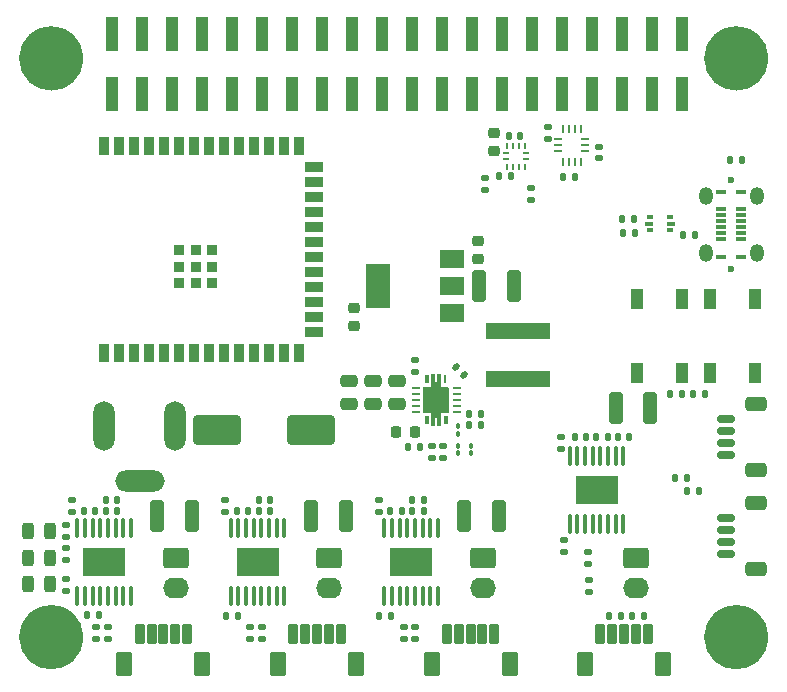
<source format=gbr>
%TF.GenerationSoftware,KiCad,Pcbnew,8.0.6*%
%TF.CreationDate,2024-10-16T15:49:25-04:00*%
%TF.ProjectId,motorgo_plink,6d6f746f-7267-46f5-9f70-6c696e6b2e6b,rev?*%
%TF.SameCoordinates,Original*%
%TF.FileFunction,Soldermask,Top*%
%TF.FilePolarity,Negative*%
%FSLAX46Y46*%
G04 Gerber Fmt 4.6, Leading zero omitted, Abs format (unit mm)*
G04 Created by KiCad (PCBNEW 8.0.6) date 2024-10-16 15:49:25*
%MOMM*%
%LPD*%
G01*
G04 APERTURE LIST*
G04 Aperture macros list*
%AMRoundRect*
0 Rectangle with rounded corners*
0 $1 Rounding radius*
0 $2 $3 $4 $5 $6 $7 $8 $9 X,Y pos of 4 corners*
0 Add a 4 corners polygon primitive as box body*
4,1,4,$2,$3,$4,$5,$6,$7,$8,$9,$2,$3,0*
0 Add four circle primitives for the rounded corners*
1,1,$1+$1,$2,$3*
1,1,$1+$1,$4,$5*
1,1,$1+$1,$6,$7*
1,1,$1+$1,$8,$9*
0 Add four rect primitives between the rounded corners*
20,1,$1+$1,$2,$3,$4,$5,0*
20,1,$1+$1,$4,$5,$6,$7,0*
20,1,$1+$1,$6,$7,$8,$9,0*
20,1,$1+$1,$8,$9,$2,$3,0*%
%AMFreePoly0*
4,1,45,-0.117574,2.202426,-0.100000,2.160000,-0.100000,1.500000,0.100000,1.500000,0.100000,2.160000,0.117574,2.202426,0.160000,2.220000,0.400000,2.220000,0.442426,2.202426,0.460000,2.160000,0.460000,1.076000,1.016000,1.076000,1.058426,1.058426,1.076000,1.016000,1.076000,-1.016000,1.058426,-1.058426,1.016000,-1.076000,0.460000,-1.076000,0.460000,-2.160000,0.442426,-2.202426,
0.400000,-2.220000,0.160000,-2.220000,0.117574,-2.202426,0.100000,-2.160000,0.100000,-1.500000,-0.100000,-1.500000,-0.100000,-2.160000,-0.117574,-2.202426,-0.160000,-2.220000,-0.400000,-2.220000,-0.442426,-2.202426,-0.460000,-2.160000,-0.460000,-1.076000,-1.016000,-1.076000,-1.058426,-1.058426,-1.076000,-1.016000,-1.076000,1.016000,-1.058426,1.058426,-1.016000,1.076000,-0.460000,1.076000,
-0.460000,2.160000,-0.442426,2.202426,-0.400000,2.220000,-0.160000,2.220000,-0.117574,2.202426,-0.117574,2.202426,$1*%
G04 Aperture macros list end*
%ADD10C,2.750000*%
%ADD11RoundRect,0.100000X0.100000X-0.130000X0.100000X0.130000X-0.100000X0.130000X-0.100000X-0.130000X0*%
%ADD12RoundRect,0.135000X0.185000X-0.135000X0.185000X0.135000X-0.185000X0.135000X-0.185000X-0.135000X0*%
%ADD13RoundRect,0.135000X-0.135000X-0.185000X0.135000X-0.185000X0.135000X0.185000X-0.135000X0.185000X0*%
%ADD14RoundRect,0.140000X0.140000X0.170000X-0.140000X0.170000X-0.140000X-0.170000X0.140000X-0.170000X0*%
%ADD15RoundRect,0.135000X-0.185000X0.135000X-0.185000X-0.135000X0.185000X-0.135000X0.185000X0.135000X0*%
%ADD16RoundRect,0.140000X-0.170000X0.140000X-0.170000X-0.140000X0.170000X-0.140000X0.170000X0.140000X0*%
%ADD17O,0.343000X1.747000*%
%ADD18C,0.610000*%
%ADD19R,3.550000X2.460000*%
%ADD20RoundRect,0.150000X-0.625000X0.150000X-0.625000X-0.150000X0.625000X-0.150000X0.625000X0.150000X0*%
%ADD21RoundRect,0.250000X-0.650000X0.350000X-0.650000X-0.350000X0.650000X-0.350000X0.650000X0.350000X0*%
%ADD22RoundRect,0.250000X-0.845000X0.620000X-0.845000X-0.620000X0.845000X-0.620000X0.845000X0.620000X0*%
%ADD23O,2.190000X1.740000*%
%ADD24R,1.000000X1.700000*%
%ADD25RoundRect,0.140000X0.219203X0.021213X0.021213X0.219203X-0.219203X-0.021213X-0.021213X-0.219203X0*%
%ADD26RoundRect,0.102000X0.300000X0.775000X-0.300000X0.775000X-0.300000X-0.775000X0.300000X-0.775000X0*%
%ADD27RoundRect,0.102000X0.600000X0.900000X-0.600000X0.900000X-0.600000X-0.900000X0.600000X-0.900000X0*%
%ADD28RoundRect,0.225000X0.250000X-0.225000X0.250000X0.225000X-0.250000X0.225000X-0.250000X-0.225000X0*%
%ADD29RoundRect,0.250000X-0.325000X-1.100000X0.325000X-1.100000X0.325000X1.100000X-0.325000X1.100000X0*%
%ADD30R,0.500000X0.375000*%
%ADD31R,0.650000X0.300000*%
%ADD32R,0.280000X0.785000*%
%ADD33R,0.785000X0.280000*%
%ADD34RoundRect,0.140000X-0.140000X-0.170000X0.140000X-0.170000X0.140000X0.170000X-0.140000X0.170000X0*%
%ADD35RoundRect,0.243750X0.243750X0.456250X-0.243750X0.456250X-0.243750X-0.456250X0.243750X-0.456250X0*%
%ADD36RoundRect,0.135000X0.135000X0.185000X-0.135000X0.185000X-0.135000X-0.185000X0.135000X-0.185000X0*%
%ADD37RoundRect,0.250000X0.475000X-0.250000X0.475000X0.250000X-0.475000X0.250000X-0.475000X-0.250000X0*%
%ADD38RoundRect,0.225000X-0.225000X-0.250000X0.225000X-0.250000X0.225000X0.250000X-0.225000X0.250000X0*%
%ADD39RoundRect,0.250000X1.750000X1.000000X-1.750000X1.000000X-1.750000X-1.000000X1.750000X-1.000000X0*%
%ADD40R,5.500000X1.430000*%
%ADD41RoundRect,0.225000X-0.250000X0.225000X-0.250000X-0.225000X0.250000X-0.225000X0.250000X0.225000X0*%
%ADD42R,2.000000X1.500000*%
%ADD43R,2.000000X3.800000*%
%ADD44C,0.600000*%
%ADD45O,1.200000X1.500000*%
%ADD46R,0.870000X0.300000*%
%ADD47RoundRect,0.250000X0.325000X1.100000X-0.325000X1.100000X-0.325000X-1.100000X0.325000X-1.100000X0*%
%ADD48R,0.900000X1.500000*%
%ADD49R,1.500000X0.900000*%
%ADD50R,0.900000X0.900000*%
%ADD51R,0.390000X0.800000*%
%ADD52R,0.800000X0.280000*%
%ADD53R,0.280000X0.800000*%
%ADD54FreePoly0,0.000000*%
%ADD55R,1.000000X3.000000*%
%ADD56O,1.800000X4.200000*%
%ADD57O,4.200000X1.800000*%
%ADD58R,0.280000X0.500000*%
%ADD59R,0.500000X0.280000*%
%ADD60RoundRect,0.100000X-0.100000X0.130000X-0.100000X-0.130000X0.100000X-0.130000X0.100000X0.130000X0*%
G04 APERTURE END LIST*
D10*
X114375000Y-63500000D02*
G75*
G02*
X111625000Y-63500000I-1375000J0D01*
G01*
X111625000Y-63500000D02*
G75*
G02*
X114375000Y-63500000I1375000J0D01*
G01*
X172375000Y-63500000D02*
G75*
G02*
X169625000Y-63500000I-1375000J0D01*
G01*
X169625000Y-63500000D02*
G75*
G02*
X172375000Y-63500000I1375000J0D01*
G01*
X172375000Y-112500000D02*
G75*
G02*
X169625000Y-112500000I-1375000J0D01*
G01*
X169625000Y-112500000D02*
G75*
G02*
X172375000Y-112500000I1375000J0D01*
G01*
X114375000Y-112500000D02*
G75*
G02*
X111625000Y-112500000I-1375000J0D01*
G01*
X111625000Y-112500000D02*
G75*
G02*
X114375000Y-112500000I1375000J0D01*
G01*
D11*
%TO.C,C20*%
X147400000Y-96920000D03*
X147400000Y-96280000D03*
%TD*%
D12*
%TO.C,R38*%
X153600000Y-75510000D03*
X153600000Y-74490000D03*
%TD*%
D13*
%TO.C,R4*%
X166490000Y-78425000D03*
X167510000Y-78425000D03*
%TD*%
D14*
%TO.C,C12*%
X144530000Y-100925000D03*
X143570000Y-100925000D03*
%TD*%
D15*
%TO.C,R19*%
X146200000Y-96290000D03*
X146200000Y-97310000D03*
%TD*%
D16*
%TO.C,C31*%
X159353757Y-70968755D03*
X159353757Y-71928755D03*
%TD*%
D15*
%TO.C,Rmode1*%
X130825000Y-111630000D03*
X130825000Y-112650000D03*
%TD*%
D17*
%TO.C,U4*%
X115198500Y-109023000D03*
X115848500Y-109023000D03*
X116498500Y-109023000D03*
X117148500Y-109023000D03*
X117798500Y-109023000D03*
X118448500Y-109023000D03*
X119098500Y-109023000D03*
X119748500Y-109023000D03*
X119748500Y-103277000D03*
X119098500Y-103277000D03*
X118448500Y-103277000D03*
X117798500Y-103277000D03*
X117148500Y-103277000D03*
X116498500Y-103277000D03*
X115848500Y-103277000D03*
X115198500Y-103277000D03*
D18*
X116973500Y-105650000D03*
X116973500Y-106650000D03*
D19*
X117473500Y-106150000D03*
D18*
X117973500Y-105650000D03*
X117973500Y-106650000D03*
%TD*%
D20*
%TO.C,J15*%
X170150000Y-102432000D03*
X170150000Y-103432000D03*
X170150000Y-104432000D03*
X170150000Y-105432000D03*
D21*
X172675000Y-101132000D03*
X172675000Y-106732000D03*
%TD*%
D14*
%TO.C,C30*%
X152680000Y-70100000D03*
X151720000Y-70100000D03*
%TD*%
D22*
%TO.C,J22*%
X162530000Y-105810000D03*
D23*
X162530000Y-108350000D03*
%TD*%
D13*
%TO.C,R5*%
X170490000Y-72100000D03*
X171510000Y-72100000D03*
%TD*%
%TO.C,R10*%
X127765000Y-110675000D03*
X128785000Y-110675000D03*
%TD*%
D12*
%TO.C,R2*%
X114250000Y-104010000D03*
X114250000Y-102990000D03*
%TD*%
D24*
%TO.C,J2*%
X166400000Y-83850000D03*
X166400000Y-90150000D03*
X162600000Y-83850000D03*
X162600000Y-90150000D03*
%TD*%
D25*
%TO.C,C22*%
X147939411Y-90339411D03*
X147260589Y-89660589D03*
%TD*%
D13*
%TO.C,R14*%
X140765000Y-110675000D03*
X141785000Y-110675000D03*
%TD*%
D12*
%TO.C,R50*%
X155071957Y-70344954D03*
X155071957Y-69324954D03*
%TD*%
D15*
%TO.C,R11*%
X127750000Y-100890000D03*
X127750000Y-101910000D03*
%TD*%
D12*
%TO.C,Rp4*%
X158500000Y-108710000D03*
X158500000Y-107690000D03*
%TD*%
D26*
%TO.C,J18*%
X150500000Y-112225000D03*
X149500000Y-112225000D03*
X148500000Y-112225000D03*
X147500000Y-112225000D03*
X146500000Y-112225000D03*
D27*
X151800000Y-114750000D03*
X145200000Y-114750000D03*
%TD*%
D28*
%TO.C,C32*%
X150500000Y-71375000D03*
X150500000Y-69825000D03*
%TD*%
D29*
%TO.C,C10*%
X121979085Y-102242470D03*
X124929085Y-102242470D03*
%TD*%
D14*
%TO.C,C4*%
X131530000Y-100900000D03*
X130570000Y-100900000D03*
%TD*%
D30*
%TO.C,U2*%
X165397000Y-78037500D03*
D31*
X165472000Y-77500000D03*
D30*
X165397000Y-76962500D03*
X163697000Y-76962500D03*
D31*
X163622000Y-77500000D03*
D30*
X163697000Y-78037500D03*
%TD*%
D13*
%TO.C,R6*%
X161367000Y-78279000D03*
X162387000Y-78279000D03*
%TD*%
D32*
%TO.C,U11*%
X156331000Y-72242000D03*
X156831000Y-72242000D03*
X157331000Y-72242000D03*
X157831000Y-72242000D03*
D33*
X158223000Y-71350000D03*
X158223000Y-70850000D03*
X158223000Y-70350000D03*
D32*
X157831000Y-69458000D03*
X157331000Y-69458000D03*
X156831000Y-69458000D03*
X156331000Y-69458000D03*
D33*
X155939000Y-70350000D03*
X155939000Y-70850000D03*
X155939000Y-71350000D03*
%TD*%
D34*
%TO.C,C28*%
X157320000Y-95550000D03*
X158280000Y-95550000D03*
%TD*%
D35*
%TO.C,D1*%
X112937500Y-105760000D03*
X111062500Y-105760000D03*
%TD*%
D15*
%TO.C,Rp2*%
X116825000Y-111615000D03*
X116825000Y-112635000D03*
%TD*%
D20*
%TO.C,J13*%
X170150000Y-94050000D03*
X170150000Y-95050000D03*
X170150000Y-96050000D03*
X170150000Y-97050000D03*
D21*
X172675000Y-92750000D03*
X172675000Y-98350000D03*
%TD*%
D36*
%TO.C,R25*%
X144210000Y-96400000D03*
X143190000Y-96400000D03*
%TD*%
D29*
%TO.C,C29*%
X160775000Y-93100000D03*
X163725000Y-93100000D03*
%TD*%
D37*
%TO.C,C19*%
X138250000Y-92750000D03*
X138250000Y-90850000D03*
%TD*%
D34*
%TO.C,C27*%
X160981164Y-95551743D03*
X161941164Y-95551743D03*
%TD*%
%TO.C,C11*%
X143560196Y-101845085D03*
X144520196Y-101845085D03*
%TD*%
D38*
%TO.C,C17*%
X142225000Y-95100000D03*
X143775000Y-95100000D03*
%TD*%
D34*
%TO.C,C7*%
X117620000Y-101850000D03*
X118580000Y-101850000D03*
%TD*%
D15*
%TO.C,Rmode3*%
X143825000Y-111615001D03*
X143825000Y-112634999D03*
%TD*%
D13*
%TO.C,R17*%
X148390000Y-93576500D03*
X149410000Y-93576500D03*
%TD*%
D39*
%TO.C,C16*%
X135000000Y-94950000D03*
X127000000Y-94950000D03*
%TD*%
D22*
%TO.C,J8*%
X123530000Y-105810000D03*
D23*
X123530000Y-108350000D03*
%TD*%
D15*
%TO.C,R15*%
X140750000Y-100890000D03*
X140750000Y-101910000D03*
%TD*%
D13*
%TO.C,R7*%
X161356000Y-77093000D03*
X162376000Y-77093000D03*
%TD*%
D37*
%TO.C,C2*%
X142250000Y-92750000D03*
X142250000Y-90850000D03*
%TD*%
D40*
%TO.C,L1*%
X152500000Y-90620000D03*
X152500000Y-86580000D03*
%TD*%
D12*
%TO.C,R1*%
X114250000Y-106010000D03*
X114250000Y-104990000D03*
%TD*%
D41*
%TO.C,C25*%
X138600000Y-84625000D03*
X138600000Y-86175000D03*
%TD*%
D42*
%TO.C,U8*%
X146950000Y-85100000D03*
X146950000Y-82800000D03*
D43*
X140650000Y-82800000D03*
D42*
X146950000Y-80500000D03*
%TD*%
D44*
%TO.C,J1*%
X170575315Y-81292881D03*
X170575315Y-73792881D03*
D45*
X168425315Y-79942881D03*
X172725315Y-79942881D03*
X168425315Y-75142881D03*
X172725315Y-75142881D03*
D46*
X169710315Y-80292881D03*
X169710315Y-78792881D03*
X169710315Y-78292881D03*
X169710315Y-77792881D03*
X169710315Y-77292881D03*
X169710315Y-76792881D03*
X169710315Y-76292881D03*
X169710315Y-74792881D03*
X171440315Y-74792881D03*
X171440315Y-76292881D03*
X171440315Y-76792881D03*
X171440315Y-77292881D03*
X171440315Y-77792881D03*
X171440315Y-78292881D03*
X171440315Y-78792881D03*
X171440315Y-80292881D03*
%TD*%
D15*
%TO.C,Rp3*%
X142850000Y-111615000D03*
X142850000Y-112635000D03*
%TD*%
D47*
%TO.C,C23*%
X152175000Y-82800000D03*
X149225000Y-82800000D03*
%TD*%
D15*
%TO.C,R36*%
X156400000Y-104290000D03*
X156400000Y-105310000D03*
%TD*%
D29*
%TO.C,C6*%
X134979085Y-102242470D03*
X137929085Y-102242470D03*
%TD*%
D12*
%TO.C,R3*%
X114261000Y-108599001D03*
X114261000Y-107579001D03*
%TD*%
D13*
%TO.C,R33*%
X160190000Y-110700000D03*
X161210000Y-110700000D03*
%TD*%
D24*
%TO.C,J3*%
X172600000Y-83850000D03*
X172600000Y-90150000D03*
X168800000Y-83850000D03*
X168800000Y-90150000D03*
%TD*%
D34*
%TO.C,C3*%
X130570000Y-101850000D03*
X131530000Y-101850000D03*
%TD*%
D26*
%TO.C,J16*%
X137500000Y-112225000D03*
X136500000Y-112225000D03*
X135500000Y-112225000D03*
X134500000Y-112225000D03*
X133500000Y-112225000D03*
D27*
X138800000Y-114750000D03*
X132200000Y-114750000D03*
%TD*%
D13*
%TO.C,R32*%
X162190000Y-110700000D03*
X163210000Y-110700000D03*
%TD*%
D48*
%TO.C,U1*%
X117500000Y-88406000D03*
X118770000Y-88406000D03*
X120040000Y-88406000D03*
X121310000Y-88406000D03*
X122580000Y-88406000D03*
X123850000Y-88406000D03*
X125120000Y-88406000D03*
X126390000Y-88406000D03*
X127660000Y-88406000D03*
X128930000Y-88406000D03*
X130200000Y-88406000D03*
X131470000Y-88406000D03*
X132740000Y-88406000D03*
X134010000Y-88406000D03*
D49*
X135260000Y-86641000D03*
X135260000Y-85371000D03*
X135260000Y-84101000D03*
X135260000Y-82831000D03*
X135260000Y-81561000D03*
X135260000Y-80291000D03*
X135260000Y-79021000D03*
X135260000Y-77751000D03*
X135260000Y-76481000D03*
X135260000Y-75211000D03*
X135260000Y-73941000D03*
X135260000Y-72671000D03*
D48*
X134010000Y-70906000D03*
X132740000Y-70906000D03*
X131470000Y-70906000D03*
X130200000Y-70906000D03*
X128930000Y-70906000D03*
X127660000Y-70906000D03*
X126390000Y-70906000D03*
X125120000Y-70906000D03*
X123850000Y-70906000D03*
X122580000Y-70906000D03*
X121310000Y-70906000D03*
X120040000Y-70906000D03*
X118770000Y-70906000D03*
X117500000Y-70906000D03*
D50*
X123820000Y-82556000D03*
X125220000Y-82556000D03*
X126620000Y-82556000D03*
X123820000Y-81156000D03*
X125220000Y-81156000D03*
X126620000Y-81156000D03*
X123820000Y-79756000D03*
X125220000Y-79756000D03*
X126620000Y-79756000D03*
%TD*%
D14*
%TO.C,C8*%
X118580000Y-100850000D03*
X117620000Y-100850000D03*
%TD*%
D35*
%TO.C,D3*%
X112937500Y-108000000D03*
X111062500Y-108000000D03*
%TD*%
D13*
%TO.C,R12*%
X115990000Y-110600000D03*
X117010000Y-110600000D03*
%TD*%
D34*
%TO.C,C26*%
X159157174Y-95547390D03*
X160117174Y-95547390D03*
%TD*%
D15*
%TO.C,Rmode2*%
X117825000Y-111615000D03*
X117825000Y-112635000D03*
%TD*%
D35*
%TO.C,D2*%
X112937500Y-103500000D03*
X111062500Y-103500000D03*
%TD*%
D12*
%TO.C,R24*%
X145200000Y-97309999D03*
X145200000Y-96290001D03*
%TD*%
D17*
%TO.C,U9*%
X156898500Y-102898000D03*
X157548500Y-102898000D03*
X158198500Y-102898000D03*
X158848500Y-102898000D03*
X159498500Y-102898000D03*
X160148500Y-102898000D03*
X160798500Y-102898000D03*
X161448500Y-102898000D03*
X161448500Y-97152000D03*
X160798500Y-97152000D03*
X160148500Y-97152000D03*
X159498500Y-97152000D03*
X158848500Y-97152000D03*
X158198500Y-97152000D03*
X157548500Y-97152000D03*
X156898500Y-97152000D03*
D18*
X158673500Y-99525000D03*
X158673500Y-100525000D03*
D19*
X159173500Y-100025000D03*
D18*
X159673500Y-99525000D03*
X159673500Y-100525000D03*
%TD*%
D13*
%TO.C,R49*%
X156352500Y-73567500D03*
X157372500Y-73567500D03*
%TD*%
%TO.C,R30*%
X166790000Y-100150000D03*
X167810000Y-100150000D03*
%TD*%
D28*
%TO.C,C24*%
X149100000Y-80475000D03*
X149100000Y-78925000D03*
%TD*%
D15*
%TO.C,Rp1*%
X129825000Y-111630000D03*
X129825000Y-112650000D03*
%TD*%
D17*
%TO.C,U3*%
X128198500Y-109023000D03*
X128848500Y-109023000D03*
X129498500Y-109023000D03*
X130148500Y-109023000D03*
X130798500Y-109023000D03*
X131448500Y-109023000D03*
X132098500Y-109023000D03*
X132748500Y-109023000D03*
X132748500Y-103277000D03*
X132098500Y-103277000D03*
X131448500Y-103277000D03*
X130798500Y-103277000D03*
X130148500Y-103277000D03*
X129498500Y-103277000D03*
X128848500Y-103277000D03*
X128198500Y-103277000D03*
D18*
X129973500Y-105650000D03*
X129973500Y-106650000D03*
D19*
X130473500Y-106150000D03*
D18*
X130973500Y-105650000D03*
X130973500Y-106650000D03*
%TD*%
D26*
%TO.C,J14*%
X124500000Y-112225000D03*
X123500000Y-112225000D03*
X122500000Y-112225000D03*
X121500000Y-112225000D03*
X120500000Y-112225000D03*
D27*
X125800000Y-114750000D03*
X119200000Y-114750000D03*
%TD*%
D51*
%TO.C,U6*%
X144795000Y-90675000D03*
D52*
X143875000Y-91400000D03*
X143875000Y-91900000D03*
X143875000Y-92400000D03*
X143875000Y-92900000D03*
X143875000Y-93400000D03*
D51*
X144795000Y-94125000D03*
X146405000Y-94125000D03*
D52*
X147325000Y-93400000D03*
X147325000Y-92900000D03*
X147325000Y-92400000D03*
X147325000Y-91900000D03*
X147325000Y-91400000D03*
D53*
X146350000Y-90675000D03*
D54*
X145600000Y-92400000D03*
%TD*%
D22*
%TO.C,J6*%
X136530000Y-105810000D03*
D23*
X136530000Y-108350000D03*
%TD*%
D36*
%TO.C,R31*%
X166835000Y-99000000D03*
X165815000Y-99000000D03*
%TD*%
D55*
%TO.C,J4*%
X118114890Y-61472132D03*
X118114890Y-66512132D03*
X120654890Y-61472132D03*
X120654890Y-66512132D03*
X123194890Y-61472132D03*
X123194890Y-66512132D03*
X125734890Y-61472132D03*
X125734890Y-66512132D03*
X128274890Y-61472132D03*
X128274890Y-66512132D03*
X130814890Y-61472132D03*
X130814890Y-66512132D03*
X133354890Y-61472132D03*
X133354890Y-66512132D03*
X135894890Y-61472132D03*
X135894890Y-66512132D03*
X138434890Y-61472132D03*
X138434890Y-66512132D03*
X140974890Y-61472132D03*
X140974890Y-66512132D03*
X143514890Y-61472132D03*
X143514890Y-66512132D03*
X146054890Y-61472132D03*
X146054890Y-66512132D03*
X148594890Y-61472132D03*
X148594890Y-66512132D03*
X151134890Y-61472132D03*
X151134890Y-66512132D03*
X153674890Y-61472132D03*
X153674890Y-66512132D03*
X156214890Y-61472132D03*
X156214890Y-66512132D03*
X158754890Y-61472132D03*
X158754890Y-66512132D03*
X161294890Y-61472132D03*
X161294890Y-66512132D03*
X163834890Y-61472132D03*
X163834890Y-66512132D03*
X166374890Y-61472132D03*
X166374890Y-66512132D03*
%TD*%
D37*
%TO.C,C15*%
X140250000Y-92750000D03*
X140250000Y-90850000D03*
%TD*%
D15*
%TO.C,Rmode4*%
X158450000Y-105315000D03*
X158450000Y-106335000D03*
%TD*%
D34*
%TO.C,C13*%
X141720000Y-101850000D03*
X142680000Y-101850000D03*
%TD*%
%TO.C,C5*%
X128720000Y-101850000D03*
X129680000Y-101850000D03*
%TD*%
D36*
%TO.C,R16*%
X149410000Y-94576500D03*
X148390000Y-94576500D03*
%TD*%
D34*
%TO.C,C9*%
X115740000Y-101850000D03*
X116700000Y-101850000D03*
%TD*%
D17*
%TO.C,U5*%
X141198500Y-109023000D03*
X141848500Y-109023000D03*
X142498500Y-109023000D03*
X143148500Y-109023000D03*
X143798500Y-109023000D03*
X144448500Y-109023000D03*
X145098500Y-109023000D03*
X145748500Y-109023000D03*
X145748500Y-103277000D03*
X145098500Y-103277000D03*
X144448500Y-103277000D03*
X143798500Y-103277000D03*
X143148500Y-103277000D03*
X142498500Y-103277000D03*
X141848500Y-103277000D03*
X141198500Y-103277000D03*
D18*
X142973500Y-105650000D03*
X142973500Y-106650000D03*
D19*
X143473500Y-106150000D03*
D18*
X143973500Y-105650000D03*
X143973500Y-106650000D03*
%TD*%
D36*
%TO.C,R8*%
X166410000Y-91875000D03*
X165390000Y-91875000D03*
%TD*%
D15*
%TO.C,R37*%
X156200000Y-95590000D03*
X156200000Y-96610000D03*
%TD*%
D29*
%TO.C,C14*%
X147979085Y-102242470D03*
X150929085Y-102242470D03*
%TD*%
D11*
%TO.C,C1*%
X148500000Y-96940000D03*
X148500000Y-96300000D03*
%TD*%
D36*
%TO.C,R46*%
X151910000Y-73500000D03*
X150890000Y-73500000D03*
%TD*%
D22*
%TO.C,J10*%
X149530000Y-105810000D03*
D23*
X149530000Y-108350000D03*
%TD*%
D56*
%TO.C,J11*%
X123500000Y-94613500D03*
X117500000Y-94613500D03*
D57*
X120500000Y-99313500D03*
%TD*%
D12*
%TO.C,R18*%
X143800000Y-90059999D03*
X143800000Y-89040001D03*
%TD*%
D58*
%TO.C,U10*%
X153091957Y-70912954D03*
X152591957Y-70912954D03*
X152091957Y-70912954D03*
X151591957Y-70912954D03*
D59*
X151466957Y-71537954D03*
X151466957Y-72037954D03*
D58*
X151591957Y-72662954D03*
X152091957Y-72662954D03*
X152591957Y-72662954D03*
X153091957Y-72662954D03*
D59*
X153216957Y-72037954D03*
X153216957Y-71537954D03*
%TD*%
D13*
%TO.C,R9*%
X167365000Y-91875000D03*
X168385000Y-91875000D03*
%TD*%
D26*
%TO.C,J20*%
X163500000Y-112225000D03*
X162500000Y-112225000D03*
X161500000Y-112225000D03*
X160500000Y-112225000D03*
X159500000Y-112225000D03*
D27*
X164800000Y-114750000D03*
X158200000Y-114750000D03*
%TD*%
D15*
%TO.C,R39*%
X149700000Y-73590000D03*
X149700000Y-74610000D03*
%TD*%
D60*
%TO.C,C18*%
X147400000Y-94656500D03*
X147400000Y-95296500D03*
%TD*%
D15*
%TO.C,R13*%
X114750000Y-100890000D03*
X114750000Y-101910000D03*
%TD*%
M02*

</source>
